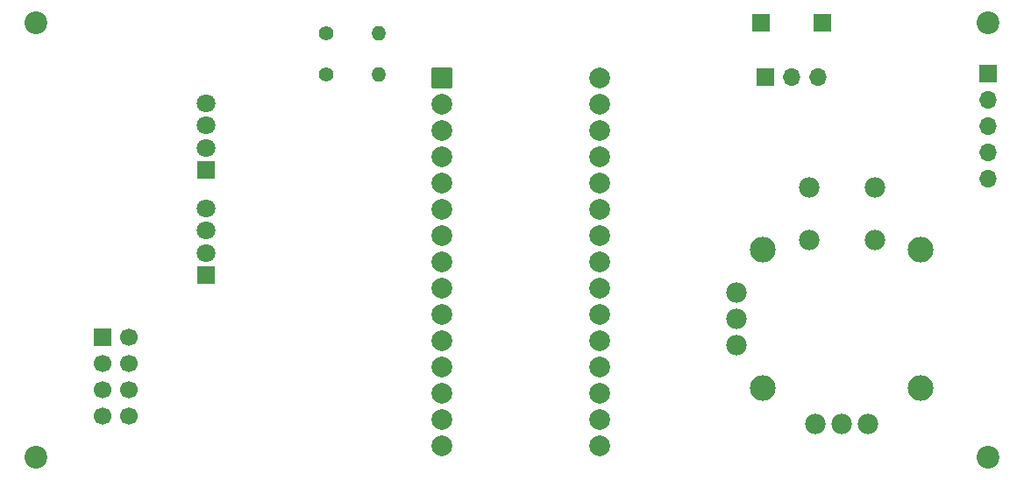
<source format=gbr>
%TF.GenerationSoftware,KiCad,Pcbnew,7.0.7*%
%TF.CreationDate,2023-10-01T22:00:11-07:00*%
%TF.ProjectId,v1,76312e6b-6963-4616-945f-706362585858,0*%
%TF.SameCoordinates,Original*%
%TF.FileFunction,Soldermask,Bot*%
%TF.FilePolarity,Negative*%
%FSLAX46Y46*%
G04 Gerber Fmt 4.6, Leading zero omitted, Abs format (unit mm)*
G04 Created by KiCad (PCBNEW 7.0.7) date 2023-10-01 22:00:11*
%MOMM*%
%LPD*%
G01*
G04 APERTURE LIST*
G04 Aperture macros list*
%AMRoundRect*
0 Rectangle with rounded corners*
0 $1 Rounding radius*
0 $2 $3 $4 $5 $6 $7 $8 $9 X,Y pos of 4 corners*
0 Add a 4 corners polygon primitive as box body*
4,1,4,$2,$3,$4,$5,$6,$7,$8,$9,$2,$3,0*
0 Add four circle primitives for the rounded corners*
1,1,$1+$1,$2,$3*
1,1,$1+$1,$4,$5*
1,1,$1+$1,$6,$7*
1,1,$1+$1,$8,$9*
0 Add four rect primitives between the rounded corners*
20,1,$1+$1,$2,$3,$4,$5,0*
20,1,$1+$1,$4,$5,$6,$7,0*
20,1,$1+$1,$6,$7,$8,$9,0*
20,1,$1+$1,$8,$9,$2,$3,0*%
G04 Aperture macros list end*
%ADD10C,2.200000*%
%ADD11R,1.700000X1.700000*%
%ADD12O,1.700000X1.700000*%
%ADD13C,1.400000*%
%ADD14O,1.400000X1.400000*%
%ADD15RoundRect,0.102000X-0.900000X-0.900000X0.900000X-0.900000X0.900000X0.900000X-0.900000X0.900000X0*%
%ADD16C,2.004000*%
%ADD17C,1.982000*%
%ADD18C,2.490000*%
%ADD19R,1.800000X1.800000*%
%ADD20C,1.800000*%
%ADD21C,1.700000*%
G04 APERTURE END LIST*
D10*
%TO.C,REF\u002A\u002A*%
X38000000Y-115000000D03*
%TD*%
%TO.C,REF\u002A\u002A*%
X130000000Y-115000000D03*
%TD*%
%TO.C,REF\u002A\u002A*%
X130000000Y-73000000D03*
%TD*%
%TO.C,REF\u002A\u002A*%
X38000000Y-73000000D03*
%TD*%
D11*
%TO.C,J2*%
X108460000Y-78230000D03*
D12*
X111000000Y-78230000D03*
X113540000Y-78230000D03*
%TD*%
D13*
%TO.C,R1*%
X66000000Y-78000000D03*
D14*
X71080000Y-78000000D03*
%TD*%
D15*
%TO.C,TB1*%
X77222500Y-78380000D03*
D16*
X77222500Y-80920000D03*
X77222500Y-83460000D03*
X77222500Y-86000000D03*
X77222500Y-88540000D03*
X77222500Y-91080000D03*
X77222500Y-93620000D03*
X77222500Y-96160000D03*
X77222500Y-98700000D03*
X77222500Y-101240000D03*
X77222500Y-103780000D03*
X77222500Y-106320000D03*
X77222500Y-108860000D03*
X77222500Y-111400000D03*
X77222500Y-113940000D03*
X92462500Y-113940000D03*
X92462500Y-111400000D03*
X92462500Y-108860000D03*
X92462500Y-106320000D03*
X92462500Y-103780000D03*
X92462500Y-101240000D03*
X92462500Y-98700000D03*
X92462500Y-96160000D03*
X92462500Y-93620000D03*
X92462500Y-91080000D03*
X92462500Y-88540000D03*
X92462500Y-86000000D03*
X92462500Y-83460000D03*
X92462500Y-80920000D03*
X92462500Y-78380000D03*
%TD*%
D17*
%TO.C,U2*%
X112650000Y-88920000D03*
X119000000Y-88920000D03*
X112650000Y-94000000D03*
X119000000Y-94000000D03*
X113285000Y-111780000D03*
X115825000Y-111780000D03*
X118365000Y-111780000D03*
D18*
X108205000Y-94952500D03*
X108205000Y-108287500D03*
X123445000Y-108287500D03*
X123445000Y-94952500D03*
D17*
X105665000Y-99080000D03*
X105665000Y-101620000D03*
X105665000Y-104160000D03*
%TD*%
D11*
%TO.C,J4*%
X114000000Y-73000000D03*
%TD*%
%TO.C,J1*%
X130000000Y-77920000D03*
D12*
X130000000Y-80460000D03*
X130000000Y-83000000D03*
X130000000Y-85540000D03*
X130000000Y-88080000D03*
%TD*%
D13*
%TO.C,R2*%
X66000000Y-74000000D03*
D14*
X71080000Y-74000000D03*
%TD*%
D19*
%TO.C,D1*%
X54462500Y-87240000D03*
D20*
X54462500Y-85081000D03*
X54462500Y-82922000D03*
X54462500Y-80763000D03*
%TD*%
D11*
%TO.C,J3*%
X108000000Y-73000000D03*
%TD*%
D19*
%TO.C,D2*%
X54462500Y-97399000D03*
D20*
X54462500Y-95240000D03*
X54462500Y-93081000D03*
X54462500Y-90922000D03*
%TD*%
D11*
%TO.C,U1*%
X44460000Y-103375000D03*
D21*
X47000000Y-103375000D03*
X44460000Y-105915000D03*
X47000000Y-105915000D03*
X44460000Y-108455000D03*
X47000000Y-108455000D03*
X44460000Y-110995000D03*
X47000000Y-110995000D03*
%TD*%
M02*

</source>
